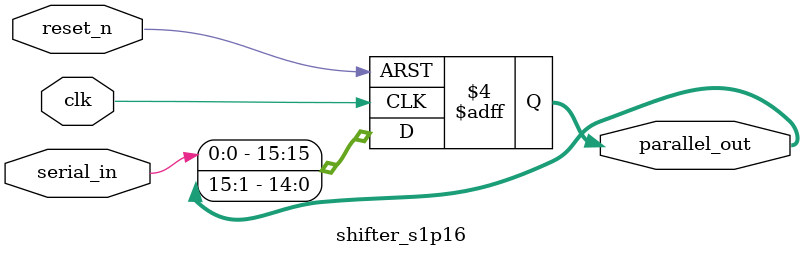
<source format=v>



module shifter_s1p16(

	input clk,

	input reset_n,

	input serial_in,

	output reg [15:0] parallel_out

);

	always@(posedge clk or negedge reset_n)
		begin
			if(!reset_n)
				parallel_out <= 16'b0;
			else
				begin
					parallel_out <= (parallel_out>>1);
					parallel_out[15] <= serial_in;
				end
		end
endmodule

</source>
